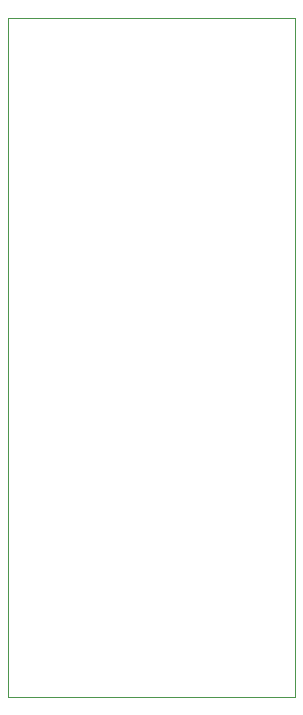
<source format=gbr>
%TF.GenerationSoftware,KiCad,Pcbnew,7.0.8*%
%TF.CreationDate,2023-11-18T20:12:02-05:00*%
%TF.ProjectId,PIC24FJ64GA004 Dev Board,50494332-3446-44a3-9634-474130303420,rev?*%
%TF.SameCoordinates,Original*%
%TF.FileFunction,Profile,NP*%
%FSLAX46Y46*%
G04 Gerber Fmt 4.6, Leading zero omitted, Abs format (unit mm)*
G04 Created by KiCad (PCBNEW 7.0.8) date 2023-11-18 20:12:02*
%MOMM*%
%LPD*%
G01*
G04 APERTURE LIST*
%TA.AperFunction,Profile*%
%ADD10C,0.100000*%
%TD*%
G04 APERTURE END LIST*
D10*
X81804000Y-56388000D02*
X106156000Y-56388000D01*
X106156000Y-113919000D01*
X81804000Y-113919000D01*
X81804000Y-56388000D01*
M02*

</source>
